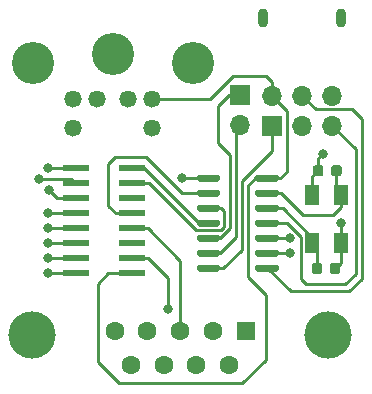
<source format=gbr>
%TF.GenerationSoftware,KiCad,Pcbnew,(5.1.9)-1*%
%TF.CreationDate,2021-05-07T20:49:00+02:00*%
%TF.ProjectId,UPL_Mouse,55504c5f-4d6f-4757-9365-2e6b69636164,rev?*%
%TF.SameCoordinates,Original*%
%TF.FileFunction,Copper,L2,Bot*%
%TF.FilePolarity,Positive*%
%FSLAX46Y46*%
G04 Gerber Fmt 4.6, Leading zero omitted, Abs format (unit mm)*
G04 Created by KiCad (PCBNEW (5.1.9)-1) date 2021-05-07 20:49:00*
%MOMM*%
%LPD*%
G01*
G04 APERTURE LIST*
%TA.AperFunction,ComponentPad*%
%ADD10O,1.700000X1.700000*%
%TD*%
%TA.AperFunction,ComponentPad*%
%ADD11R,1.700000X1.700000*%
%TD*%
%TA.AperFunction,SMDPad,CuDef*%
%ADD12R,1.193800X1.803400*%
%TD*%
%TA.AperFunction,SMDPad,CuDef*%
%ADD13R,2.184400X0.558800*%
%TD*%
%TA.AperFunction,ComponentPad*%
%ADD14C,1.470000*%
%TD*%
%TA.AperFunction,ComponentPad*%
%ADD15C,3.570000*%
%TD*%
%TA.AperFunction,ComponentPad*%
%ADD16O,0.914400X1.600200*%
%TD*%
%TA.AperFunction,ComponentPad*%
%ADD17C,4.000000*%
%TD*%
%TA.AperFunction,ComponentPad*%
%ADD18C,1.600000*%
%TD*%
%TA.AperFunction,ComponentPad*%
%ADD19R,1.600000X1.600000*%
%TD*%
%TA.AperFunction,ViaPad*%
%ADD20C,0.800000*%
%TD*%
%TA.AperFunction,Conductor*%
%ADD21C,0.250000*%
%TD*%
G04 APERTURE END LIST*
D10*
%TO.P,J4,6*%
%TO.N,GND*%
X144020000Y-103280000D03*
%TO.P,J4,5*%
%TO.N,Net-(J4-Pad5)*%
X144020000Y-105820000D03*
%TO.P,J4,4*%
%TO.N,Net-(J4-Pad4)*%
X141480000Y-103280000D03*
%TO.P,J4,3*%
%TO.N,Net-(J4-Pad3)*%
X141480000Y-105820000D03*
%TO.P,J4,2*%
%TO.N,VCC*%
X138940000Y-103280000D03*
D11*
%TO.P,J4,1*%
%TO.N,Net-(J4-Pad1)*%
X138940000Y-105820000D03*
%TD*%
D12*
%TO.P,Y1,1*%
%TO.N,Net-(C5-Pad1)*%
X144773800Y-111718000D03*
%TO.P,Y1,2*%
%TO.N,GND*%
X144773800Y-115782000D03*
%TO.P,Y1,3*%
%TO.N,Net-(C6-Pad1)*%
X142386200Y-115782000D03*
%TO.P,Y1,4*%
%TO.N,GND*%
X142386200Y-111718000D03*
%TD*%
%TO.P,U2,14*%
%TO.N,GND*%
%TA.AperFunction,SMDPad,CuDef*%
G36*
G01*
X134560000Y-110120000D02*
X134560000Y-110420000D01*
G75*
G02*
X134410000Y-110570000I-150000J0D01*
G01*
X132760000Y-110570000D01*
G75*
G02*
X132610000Y-110420000I0J150000D01*
G01*
X132610000Y-110120000D01*
G75*
G02*
X132760000Y-109970000I150000J0D01*
G01*
X134410000Y-109970000D01*
G75*
G02*
X134560000Y-110120000I0J-150000D01*
G01*
G37*
%TD.AperFunction*%
%TO.P,U2,13*%
%TO.N,Net-(U1-Pad12)*%
%TA.AperFunction,SMDPad,CuDef*%
G36*
G01*
X134560000Y-111390000D02*
X134560000Y-111690000D01*
G75*
G02*
X134410000Y-111840000I-150000J0D01*
G01*
X132760000Y-111840000D01*
G75*
G02*
X132610000Y-111690000I0J150000D01*
G01*
X132610000Y-111390000D01*
G75*
G02*
X132760000Y-111240000I150000J0D01*
G01*
X134410000Y-111240000D01*
G75*
G02*
X134560000Y-111390000I0J-150000D01*
G01*
G37*
%TD.AperFunction*%
%TO.P,U2,12*%
%TO.N,Net-(U1-Pad10)*%
%TA.AperFunction,SMDPad,CuDef*%
G36*
G01*
X134560000Y-112660000D02*
X134560000Y-112960000D01*
G75*
G02*
X134410000Y-113110000I-150000J0D01*
G01*
X132760000Y-113110000D01*
G75*
G02*
X132610000Y-112960000I0J150000D01*
G01*
X132610000Y-112660000D01*
G75*
G02*
X132760000Y-112510000I150000J0D01*
G01*
X134410000Y-112510000D01*
G75*
G02*
X134560000Y-112660000I0J-150000D01*
G01*
G37*
%TD.AperFunction*%
%TO.P,U2,11*%
%TO.N,Net-(U1-Pad9)*%
%TA.AperFunction,SMDPad,CuDef*%
G36*
G01*
X134560000Y-113930000D02*
X134560000Y-114230000D01*
G75*
G02*
X134410000Y-114380000I-150000J0D01*
G01*
X132760000Y-114380000D01*
G75*
G02*
X132610000Y-114230000I0J150000D01*
G01*
X132610000Y-113930000D01*
G75*
G02*
X132760000Y-113780000I150000J0D01*
G01*
X134410000Y-113780000D01*
G75*
G02*
X134560000Y-113930000I0J-150000D01*
G01*
G37*
%TD.AperFunction*%
%TO.P,U2,10*%
%TO.N,Net-(J5-Pad1)*%
%TA.AperFunction,SMDPad,CuDef*%
G36*
G01*
X134560000Y-115200000D02*
X134560000Y-115500000D01*
G75*
G02*
X134410000Y-115650000I-150000J0D01*
G01*
X132760000Y-115650000D01*
G75*
G02*
X132610000Y-115500000I0J150000D01*
G01*
X132610000Y-115200000D01*
G75*
G02*
X132760000Y-115050000I150000J0D01*
G01*
X134410000Y-115050000D01*
G75*
G02*
X134560000Y-115200000I0J-150000D01*
G01*
G37*
%TD.AperFunction*%
%TO.P,U2,9*%
%TO.N,Net-(J4-Pad3)*%
%TA.AperFunction,SMDPad,CuDef*%
G36*
G01*
X134560000Y-116470000D02*
X134560000Y-116770000D01*
G75*
G02*
X134410000Y-116920000I-150000J0D01*
G01*
X132760000Y-116920000D01*
G75*
G02*
X132610000Y-116770000I0J150000D01*
G01*
X132610000Y-116470000D01*
G75*
G02*
X132760000Y-116320000I150000J0D01*
G01*
X134410000Y-116320000D01*
G75*
G02*
X134560000Y-116470000I0J-150000D01*
G01*
G37*
%TD.AperFunction*%
%TO.P,U2,8*%
%TO.N,Net-(J4-Pad1)*%
%TA.AperFunction,SMDPad,CuDef*%
G36*
G01*
X134560000Y-117740000D02*
X134560000Y-118040000D01*
G75*
G02*
X134410000Y-118190000I-150000J0D01*
G01*
X132760000Y-118190000D01*
G75*
G02*
X132610000Y-118040000I0J150000D01*
G01*
X132610000Y-117740000D01*
G75*
G02*
X132760000Y-117590000I150000J0D01*
G01*
X134410000Y-117590000D01*
G75*
G02*
X134560000Y-117740000I0J-150000D01*
G01*
G37*
%TD.AperFunction*%
%TO.P,U2,7*%
%TO.N,Net-(J4-Pad4)*%
%TA.AperFunction,SMDPad,CuDef*%
G36*
G01*
X139510000Y-117740000D02*
X139510000Y-118040000D01*
G75*
G02*
X139360000Y-118190000I-150000J0D01*
G01*
X137710000Y-118190000D01*
G75*
G02*
X137560000Y-118040000I0J150000D01*
G01*
X137560000Y-117740000D01*
G75*
G02*
X137710000Y-117590000I150000J0D01*
G01*
X139360000Y-117590000D01*
G75*
G02*
X139510000Y-117740000I0J-150000D01*
G01*
G37*
%TD.AperFunction*%
%TO.P,U2,6*%
%TO.N,Net-(J1-Pad1)*%
%TA.AperFunction,SMDPad,CuDef*%
G36*
G01*
X139510000Y-116470000D02*
X139510000Y-116770000D01*
G75*
G02*
X139360000Y-116920000I-150000J0D01*
G01*
X137710000Y-116920000D01*
G75*
G02*
X137560000Y-116770000I0J150000D01*
G01*
X137560000Y-116470000D01*
G75*
G02*
X137710000Y-116320000I150000J0D01*
G01*
X139360000Y-116320000D01*
G75*
G02*
X139510000Y-116470000I0J-150000D01*
G01*
G37*
%TD.AperFunction*%
%TO.P,U2,5*%
%TO.N,Net-(J1-Pad5)*%
%TA.AperFunction,SMDPad,CuDef*%
G36*
G01*
X139510000Y-115200000D02*
X139510000Y-115500000D01*
G75*
G02*
X139360000Y-115650000I-150000J0D01*
G01*
X137710000Y-115650000D01*
G75*
G02*
X137560000Y-115500000I0J150000D01*
G01*
X137560000Y-115200000D01*
G75*
G02*
X137710000Y-115050000I150000J0D01*
G01*
X139360000Y-115050000D01*
G75*
G02*
X139510000Y-115200000I0J-150000D01*
G01*
G37*
%TD.AperFunction*%
%TO.P,U2,4*%
%TO.N,Net-(J4-Pad5)*%
%TA.AperFunction,SMDPad,CuDef*%
G36*
G01*
X139510000Y-113930000D02*
X139510000Y-114230000D01*
G75*
G02*
X139360000Y-114380000I-150000J0D01*
G01*
X137710000Y-114380000D01*
G75*
G02*
X137560000Y-114230000I0J150000D01*
G01*
X137560000Y-113930000D01*
G75*
G02*
X137710000Y-113780000I150000J0D01*
G01*
X139360000Y-113780000D01*
G75*
G02*
X139510000Y-113930000I0J-150000D01*
G01*
G37*
%TD.AperFunction*%
%TO.P,U2,3*%
%TO.N,Net-(C6-Pad1)*%
%TA.AperFunction,SMDPad,CuDef*%
G36*
G01*
X139510000Y-112660000D02*
X139510000Y-112960000D01*
G75*
G02*
X139360000Y-113110000I-150000J0D01*
G01*
X137710000Y-113110000D01*
G75*
G02*
X137560000Y-112960000I0J150000D01*
G01*
X137560000Y-112660000D01*
G75*
G02*
X137710000Y-112510000I150000J0D01*
G01*
X139360000Y-112510000D01*
G75*
G02*
X139510000Y-112660000I0J-150000D01*
G01*
G37*
%TD.AperFunction*%
%TO.P,U2,2*%
%TO.N,Net-(C5-Pad1)*%
%TA.AperFunction,SMDPad,CuDef*%
G36*
G01*
X139510000Y-111390000D02*
X139510000Y-111690000D01*
G75*
G02*
X139360000Y-111840000I-150000J0D01*
G01*
X137710000Y-111840000D01*
G75*
G02*
X137560000Y-111690000I0J150000D01*
G01*
X137560000Y-111390000D01*
G75*
G02*
X137710000Y-111240000I150000J0D01*
G01*
X139360000Y-111240000D01*
G75*
G02*
X139510000Y-111390000I0J-150000D01*
G01*
G37*
%TD.AperFunction*%
%TO.P,U2,1*%
%TO.N,VCC*%
%TA.AperFunction,SMDPad,CuDef*%
G36*
G01*
X139510000Y-110120000D02*
X139510000Y-110420000D01*
G75*
G02*
X139360000Y-110570000I-150000J0D01*
G01*
X137710000Y-110570000D01*
G75*
G02*
X137560000Y-110420000I0J150000D01*
G01*
X137560000Y-110120000D01*
G75*
G02*
X137710000Y-109970000I150000J0D01*
G01*
X139360000Y-109970000D01*
G75*
G02*
X139510000Y-110120000I0J-150000D01*
G01*
G37*
%TD.AperFunction*%
%TD*%
D13*
%TO.P,U1,1*%
%TO.N,Net-(C1-Pad1)*%
X122357800Y-118325000D03*
%TO.P,U1,2*%
%TO.N,Net-(C3-Pad1)*%
X122357800Y-117055000D03*
%TO.P,U1,3*%
%TO.N,Net-(C1-Pad2)*%
X122357800Y-115785000D03*
%TO.P,U1,4*%
%TO.N,Net-(C2-Pad1)*%
X122357800Y-114515000D03*
%TO.P,U1,5*%
%TO.N,Net-(C2-Pad2)*%
X122357800Y-113245000D03*
%TO.P,U1,6*%
%TO.N,Net-(C4-Pad2)*%
X122357800Y-111975000D03*
%TO.P,U1,7*%
%TO.N,Net-(J2-Pad2)*%
X122357800Y-110705000D03*
%TO.P,U1,8*%
%TO.N,Net-(J2-Pad7)*%
X122357800Y-109435000D03*
%TO.P,U1,9*%
%TO.N,Net-(U1-Pad9)*%
X127082200Y-109435000D03*
%TO.P,U1,10*%
%TO.N,Net-(U1-Pad10)*%
X127082200Y-110705000D03*
%TO.P,U1,11*%
%TO.N,Net-(U1-Pad11)*%
X127082200Y-111975000D03*
%TO.P,U1,12*%
%TO.N,Net-(U1-Pad12)*%
X127082200Y-113245000D03*
%TO.P,U1,13*%
%TO.N,Net-(J2-Pad3)*%
X127082200Y-114515000D03*
%TO.P,U1,14*%
%TO.N,Net-(U1-Pad14)*%
X127082200Y-115785000D03*
%TO.P,U1,15*%
%TO.N,GND*%
X127082200Y-117055000D03*
%TO.P,U1,16*%
%TO.N,VCC*%
X127082200Y-118325000D03*
%TD*%
D10*
%TO.P,J5,2*%
%TO.N,Net-(J4-Pad3)*%
X136260000Y-105800000D03*
D11*
%TO.P,J5,1*%
%TO.N,Net-(J5-Pad1)*%
X136260000Y-103260000D03*
%TD*%
%TO.P,C6,2*%
%TO.N,GND*%
%TA.AperFunction,SMDPad,CuDef*%
G36*
G01*
X143855000Y-118180000D02*
X143855000Y-117680000D01*
G75*
G02*
X144080000Y-117455000I225000J0D01*
G01*
X144530000Y-117455000D01*
G75*
G02*
X144755000Y-117680000I0J-225000D01*
G01*
X144755000Y-118180000D01*
G75*
G02*
X144530000Y-118405000I-225000J0D01*
G01*
X144080000Y-118405000D01*
G75*
G02*
X143855000Y-118180000I0J225000D01*
G01*
G37*
%TD.AperFunction*%
%TO.P,C6,1*%
%TO.N,Net-(C6-Pad1)*%
%TA.AperFunction,SMDPad,CuDef*%
G36*
G01*
X142305000Y-118180000D02*
X142305000Y-117680000D01*
G75*
G02*
X142530000Y-117455000I225000J0D01*
G01*
X142980000Y-117455000D01*
G75*
G02*
X143205000Y-117680000I0J-225000D01*
G01*
X143205000Y-118180000D01*
G75*
G02*
X142980000Y-118405000I-225000J0D01*
G01*
X142530000Y-118405000D01*
G75*
G02*
X142305000Y-118180000I0J225000D01*
G01*
G37*
%TD.AperFunction*%
%TD*%
%TO.P,C5,2*%
%TO.N,GND*%
%TA.AperFunction,SMDPad,CuDef*%
G36*
G01*
X143315000Y-109400000D02*
X143315000Y-109900000D01*
G75*
G02*
X143090000Y-110125000I-225000J0D01*
G01*
X142640000Y-110125000D01*
G75*
G02*
X142415000Y-109900000I0J225000D01*
G01*
X142415000Y-109400000D01*
G75*
G02*
X142640000Y-109175000I225000J0D01*
G01*
X143090000Y-109175000D01*
G75*
G02*
X143315000Y-109400000I0J-225000D01*
G01*
G37*
%TD.AperFunction*%
%TO.P,C5,1*%
%TO.N,Net-(C5-Pad1)*%
%TA.AperFunction,SMDPad,CuDef*%
G36*
G01*
X144865000Y-109400000D02*
X144865000Y-109900000D01*
G75*
G02*
X144640000Y-110125000I-225000J0D01*
G01*
X144190000Y-110125000D01*
G75*
G02*
X143965000Y-109900000I0J225000D01*
G01*
X143965000Y-109400000D01*
G75*
G02*
X144190000Y-109175000I225000J0D01*
G01*
X144640000Y-109175000D01*
G75*
G02*
X144865000Y-109400000I0J-225000D01*
G01*
G37*
%TD.AperFunction*%
%TD*%
D14*
%TO.P,J1,1*%
%TO.N,Net-(J1-Pad1)*%
X124176000Y-103554000D03*
%TO.P,J1,2*%
%TO.N,Net-(J1-Pad2)*%
X126776000Y-103554000D03*
%TO.P,J1,3*%
%TO.N,GND*%
X122126000Y-103554000D03*
%TO.P,J1,4*%
%TO.N,VCC*%
X128826000Y-103554000D03*
%TO.P,J1,5*%
%TO.N,Net-(J1-Pad5)*%
X122126000Y-106054000D03*
%TO.P,J1,6*%
%TO.N,Net-(J1-Pad6)*%
X128826000Y-106054000D03*
D15*
%TO.P,J1,7*%
%TO.N,N/C*%
X132236000Y-100554000D03*
%TO.P,J1,8*%
X125476000Y-99744000D03*
%TO.P,J1,9*%
X118716000Y-100554000D03*
%TD*%
D16*
%TO.P,J3,5*%
%TO.N,GND*%
X144777998Y-96757698D03*
X138178002Y-96757698D03*
%TD*%
D17*
%TO.P,J2,0*%
%TO.N,N/C*%
X143680000Y-123550000D03*
X118680000Y-123550000D03*
D18*
%TO.P,J2,9*%
%TO.N,Net-(J2-Pad9)*%
X127025000Y-126090000D03*
%TO.P,J2,8*%
%TO.N,Net-(J2-Pad8)*%
X129795000Y-126090000D03*
%TO.P,J2,7*%
%TO.N,Net-(J2-Pad7)*%
X132565000Y-126090000D03*
%TO.P,J2,6*%
%TO.N,Net-(J2-Pad6)*%
X135335000Y-126090000D03*
%TO.P,J2,5*%
%TO.N,GND*%
X125640000Y-123250000D03*
%TO.P,J2,4*%
%TO.N,Net-(J2-Pad4)*%
X128410000Y-123250000D03*
%TO.P,J2,3*%
%TO.N,Net-(J2-Pad3)*%
X131180000Y-123250000D03*
%TO.P,J2,2*%
%TO.N,Net-(J2-Pad2)*%
X133950000Y-123250000D03*
D19*
%TO.P,J2,1*%
%TO.N,Net-(J2-Pad1)*%
X136720000Y-123250000D03*
%TD*%
D20*
%TO.N,Net-(J1-Pad1)*%
X140462002Y-116586000D03*
%TO.N,Net-(J1-Pad5)*%
X140457347Y-115320653D03*
%TO.N,Net-(J2-Pad7)*%
X119990000Y-109440000D03*
%TO.N,Net-(J2-Pad2)*%
X119204113Y-110314302D03*
%TO.N,Net-(C1-Pad1)*%
X119980000Y-118330000D03*
%TO.N,Net-(C1-Pad2)*%
X120030000Y-115770000D03*
%TO.N,Net-(C2-Pad1)*%
X120010000Y-114510000D03*
%TO.N,Net-(C2-Pad2)*%
X120030000Y-113230000D03*
%TO.N,Net-(C3-Pad1)*%
X120020000Y-117050000D03*
%TO.N,Net-(C4-Pad2)*%
X120040000Y-111260000D03*
%TO.N,GND*%
X130120000Y-121330000D03*
X144780000Y-114046000D03*
X143256000Y-108204000D03*
X131318000Y-110236000D03*
%TD*%
D21*
%TO.N,Net-(J1-Pad1)*%
X138535000Y-116620000D02*
X140428002Y-116620000D01*
X140428002Y-116620000D02*
X140462002Y-116586000D01*
%TO.N,Net-(J1-Pad5)*%
X140428000Y-115350000D02*
X140457347Y-115320653D01*
X138535000Y-115350000D02*
X140428000Y-115350000D01*
%TO.N,Net-(J2-Pad7)*%
X122352800Y-109440000D02*
X122357800Y-109435000D01*
X119990000Y-109440000D02*
X122352800Y-109440000D01*
%TO.N,Net-(J2-Pad3)*%
X131180000Y-117270600D02*
X131180000Y-123250000D01*
X128424400Y-114515000D02*
X131180000Y-117270600D01*
X127082200Y-114515000D02*
X128424400Y-114515000D01*
%TO.N,Net-(J2-Pad2)*%
X121967102Y-110314302D02*
X119204113Y-110314302D01*
X122357800Y-110705000D02*
X121967102Y-110314302D01*
%TO.N,Net-(C1-Pad1)*%
X122352800Y-118330000D02*
X122357800Y-118325000D01*
X119980000Y-118330000D02*
X122352800Y-118330000D01*
%TO.N,Net-(C1-Pad2)*%
X122342800Y-115770000D02*
X122357800Y-115785000D01*
X120030000Y-115770000D02*
X122342800Y-115770000D01*
%TO.N,Net-(C2-Pad1)*%
X120015000Y-114515000D02*
X120010000Y-114510000D01*
X122357800Y-114515000D02*
X120015000Y-114515000D01*
%TO.N,Net-(C2-Pad2)*%
X120045000Y-113245000D02*
X120030000Y-113230000D01*
X122357800Y-113245000D02*
X120045000Y-113245000D01*
%TO.N,Net-(C3-Pad1)*%
X120025000Y-117055000D02*
X120020000Y-117050000D01*
X122357800Y-117055000D02*
X120025000Y-117055000D01*
%TO.N,Net-(C4-Pad2)*%
X120755000Y-111975000D02*
X122357800Y-111975000D01*
X120040000Y-111260000D02*
X120755000Y-111975000D01*
%TO.N,Net-(J4-Pad5)*%
X146040000Y-107840000D02*
X144020000Y-105820000D01*
X146040000Y-118400000D02*
X146040000Y-107840000D01*
X145170000Y-119270000D02*
X146040000Y-118400000D01*
X141876000Y-119270000D02*
X145170000Y-119270000D01*
X141441001Y-118835001D02*
X141876000Y-119270000D01*
X141441001Y-115279001D02*
X141441001Y-118835001D01*
X140242000Y-114080000D02*
X141441001Y-115279001D01*
X138535000Y-114080000D02*
X140242000Y-114080000D01*
%TO.N,Net-(J4-Pad4)*%
X142655001Y-104455001D02*
X141480000Y-103280000D01*
X146558000Y-105308000D02*
X145705001Y-104455001D01*
X145470000Y-119870000D02*
X146558000Y-118782000D01*
X146558000Y-118782000D02*
X146558000Y-105308000D01*
X140530000Y-119870000D02*
X145470000Y-119870000D01*
X138550000Y-117890000D02*
X140530000Y-119870000D01*
X145705001Y-104455001D02*
X142655001Y-104455001D01*
X138535000Y-117890000D02*
X138550000Y-117890000D01*
%TO.N,Net-(J4-Pad3)*%
X135890000Y-106170000D02*
X136260000Y-105800000D01*
X135890000Y-115290000D02*
X135890000Y-106170000D01*
X134560000Y-116620000D02*
X135890000Y-115290000D01*
X133585000Y-116620000D02*
X134560000Y-116620000D01*
%TO.N,Net-(J4-Pad1)*%
X138940000Y-107950000D02*
X138940000Y-105820000D01*
X136398000Y-116332000D02*
X136398000Y-110492000D01*
X134840000Y-117890000D02*
X136398000Y-116332000D01*
X136398000Y-110492000D02*
X138940000Y-107950000D01*
X133585000Y-117890000D02*
X134840000Y-117890000D01*
%TO.N,GND*%
X142386200Y-110128800D02*
X142865000Y-109650000D01*
X142386200Y-111718000D02*
X142386200Y-110128800D01*
X144773800Y-117461200D02*
X144305000Y-117930000D01*
X144773800Y-115782000D02*
X144773800Y-117461200D01*
X130120000Y-118750600D02*
X130120000Y-121330000D01*
X128424400Y-117055000D02*
X130120000Y-118750600D01*
X127082200Y-117055000D02*
X128424400Y-117055000D01*
X144773800Y-114052200D02*
X144780000Y-114046000D01*
X144773800Y-115782000D02*
X144773800Y-114052200D01*
X142865000Y-108595000D02*
X143256000Y-108204000D01*
X142865000Y-109650000D02*
X142865000Y-108595000D01*
X131352000Y-110270000D02*
X131318000Y-110236000D01*
X133585000Y-110270000D02*
X131352000Y-110270000D01*
%TO.N,VCC*%
X140208000Y-104548000D02*
X138940000Y-103280000D01*
X140208000Y-109728000D02*
X140208000Y-104548000D01*
X139666000Y-110270000D02*
X140208000Y-109728000D01*
X138535000Y-110270000D02*
X139666000Y-110270000D01*
X136906000Y-110924000D02*
X137560000Y-110270000D01*
X137560000Y-110270000D02*
X138535000Y-110270000D01*
X136906000Y-118676000D02*
X136906000Y-110924000D01*
X138430000Y-120200000D02*
X136906000Y-118676000D01*
X138430000Y-125650000D02*
X138430000Y-120200000D01*
X125990000Y-127630000D02*
X136450000Y-127630000D01*
X136450000Y-127630000D02*
X138430000Y-125650000D01*
X124240000Y-125880000D02*
X125990000Y-127630000D01*
X124240000Y-119199000D02*
X124240000Y-125880000D01*
X125114000Y-118325000D02*
X124240000Y-119199000D01*
X127082200Y-118325000D02*
X125114000Y-118325000D01*
X138940000Y-102110000D02*
X138940000Y-103280000D01*
X138430000Y-101600000D02*
X138940000Y-102110000D01*
X135634998Y-101600000D02*
X138430000Y-101600000D01*
X133680998Y-103554000D02*
X135634998Y-101600000D01*
X128826000Y-103554000D02*
X133680998Y-103554000D01*
%TO.N,Net-(U1-Pad9)*%
X132800000Y-114080000D02*
X133585000Y-114080000D01*
X128155000Y-109435000D02*
X132800000Y-114080000D01*
X127082200Y-109435000D02*
X128155000Y-109435000D01*
%TO.N,Net-(U1-Pad10)*%
X134654000Y-112810000D02*
X133585000Y-112810000D01*
X134885010Y-113041010D02*
X134654000Y-112810000D01*
X134885010Y-114426758D02*
X134885010Y-113041010D01*
X134606758Y-114705010D02*
X134885010Y-114426758D01*
X132563242Y-114705010D02*
X134606758Y-114705010D01*
X128563232Y-110705000D02*
X132563242Y-114705010D01*
X127082200Y-110705000D02*
X128563232Y-110705000D01*
%TO.N,Net-(U1-Pad12)*%
X131352000Y-111540000D02*
X133585000Y-111540000D01*
X128322000Y-108510000D02*
X131352000Y-111540000D01*
X125630000Y-108510000D02*
X128322000Y-108510000D01*
X125100000Y-109040000D02*
X125630000Y-108510000D01*
X125100000Y-112605000D02*
X125100000Y-109040000D01*
X125740000Y-113245000D02*
X125100000Y-112605000D01*
X127082200Y-113245000D02*
X125740000Y-113245000D01*
%TO.N,Net-(J5-Pad1)*%
X134400000Y-104150000D02*
X135290000Y-103260000D01*
X134400000Y-107290000D02*
X134400000Y-104150000D01*
X135409970Y-108299970D02*
X134400000Y-107290000D01*
X135409970Y-114538208D02*
X135409970Y-108299970D01*
X134598178Y-115350000D02*
X135409970Y-114538208D01*
X135290000Y-103260000D02*
X136260000Y-103260000D01*
X133585000Y-115350000D02*
X134598178Y-115350000D01*
%TO.N,Net-(C5-Pad1)*%
X139601008Y-111540000D02*
X138535000Y-111540000D01*
X144415000Y-111359200D02*
X144773800Y-111718000D01*
X144415000Y-109650000D02*
X144415000Y-111359200D01*
X144773800Y-112726200D02*
X144773800Y-111718000D01*
X144110000Y-113390000D02*
X144773800Y-112726200D01*
X141550000Y-113390000D02*
X144110000Y-113390000D01*
X139700000Y-111540000D02*
X141550000Y-113390000D01*
X138535000Y-111540000D02*
X139700000Y-111540000D01*
%TO.N,Net-(C6-Pad1)*%
X139415900Y-112810000D02*
X138535000Y-112810000D01*
X142755000Y-116150800D02*
X142386200Y-115782000D01*
X142755000Y-117930000D02*
X142755000Y-116150800D01*
X139860000Y-112810000D02*
X142386200Y-115336200D01*
X142386200Y-115336200D02*
X142386200Y-115782000D01*
X138535000Y-112810000D02*
X139860000Y-112810000D01*
%TD*%
M02*

</source>
